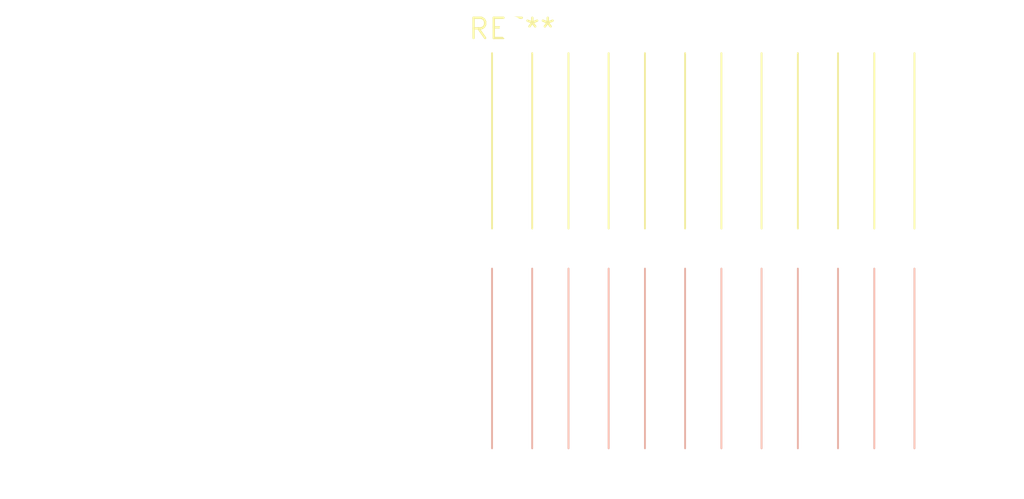
<source format=kicad_pcb>
(kicad_pcb (version 20240108) (generator pcbnew)
  (layers (0 "F.Cu" signal) (31 "B.Cu" signal) (34 "B.Paste" user) (35 "F.Paste" user) (36 "B.SilkS" user "B.Silkscreen") (37 "F.SilkS" user "F.Silkscreen") (38 "B.Mask" user) (39 "F.Mask" user) (44 "Edge.Cuts" user))
  (net 0 "")
  (footprint "SolderWire-0.75sqmm_1x06_P4.8mm_D1.25mm_OD2.3mm_Relief2x" (layer "F.Cu") (at 0 0)
    (property "Reference" "REF**")
    (property "Value" "SolderWire-0.75sqmm_1x06_P4.8mm_D1.25mm_OD2.3mm_Relief2x")
    (fp_line (start -1.26 15.06) (end -1.26 26.34) (layer "B.SilkS") (stroke (width 0.12)))
    (fp_line (start 1.26 15.06) (end 1.26 26.34) (layer "B.SilkS") (stroke (width 0.12)))
    (fp_line (start 3.54 15.06) (end 3.54 26.34) (layer "B.SilkS") (stroke (width 0.12)))
    (fp_line (start 6.06 15.06) (end 6.06 26.34) (layer "B.SilkS") (stroke (width 0.12)))
    (fp_line (start 8.34 15.06) (end 8.34 26.34) (layer "B.SilkS") (stroke (width 0.12)))
    (fp_line (start 10.86 15.06) (end 10.86 26.34) (layer "B.SilkS") (stroke (width 0.12)))
    (fp_line (start 13.14 15.06) (end 13.14 26.34) (layer "B.SilkS") (stroke (width 0.12)))
    (fp_line (start 15.66 15.06) (end 15.66 26.34) (layer "B.SilkS") (stroke (width 0.12)))
    (fp_line (start 17.94 15.06) (end 17.94 26.34) (layer "B.SilkS") (stroke (width 0.12)))
    (fp_line (start 20.46 15.06) (end 20.46 26.34) (layer "B.SilkS") (stroke (width 0.12)))
    (fp_line (start 22.74 15.06) (end 22.74 26.34) (layer "B.SilkS") (stroke (width 0.12)))
    (fp_line (start 25.26 15.06) (end 25.26 26.34) (layer "B.SilkS") (stroke (width 0.12)))
    (fp_line (start -1.26 1.535) (end -1.26 12.54) (layer "F.SilkS") (stroke (width 0.12)))
    (fp_line (start 1.26 1.535) (end 1.26 12.54) (layer "F.SilkS") (stroke (width 0.12)))
    (fp_line (start 3.54 1.535) (end 3.54 12.54) (layer "F.SilkS") (stroke (width 0.12)))
    (fp_line (start 6.06 1.535) (end 6.06 12.54) (layer "F.SilkS") (stroke (width 0.12)))
    (fp_line (start 8.34 1.535) (end 8.34 12.54) (layer "F.SilkS") (stroke (width 0.12)))
    (fp_line (start 10.86 1.535) (end 10.86 12.54) (layer "F.SilkS") (stroke (width 0.12)))
    (fp_line (start 13.14 1.535) (end 13.14 12.54) (layer "F.SilkS") (stroke (width 0.12)))
    (fp_line (start 15.66 1.535) (end 15.66 12.54) (layer "F.SilkS") (stroke (width 0.12)))
    (fp_line (start 17.94 1.535) (end 17.94 12.54) (layer "F.SilkS") (stroke (width 0.12)))
    (fp_line (start 20.46 1.535) (end 20.46 12.54) (layer "F.SilkS") (stroke (width 0.12)))
    (fp_line (start 22.74 1.535) (end 22.74 12.54) (layer "F.SilkS") (stroke (width 0.12)))
    (fp_line (start 25.26 1.535) (end 25.26 12.54) (layer "F.SilkS") (stroke (width 0.12)))
    (pad "" np_thru_hole circle (at 0 13.8) (size 2.8 2.8) (drill 2.8) (layers *.Cu *.Mask))
    (pad "" np_thru_hole circle (at 0 27.6) (size 2.8 2.8) (drill 2.8) (layers *.Cu *.Mask))
    (pad "" np_thru_hole circle (at 4.8 13.8) (size 2.8 2.8) (drill 2.8) (layers *.Cu *.Mask))
    (pad "" np_thru_hole circle (at 4.8 27.6) (size 2.8 2.8) (drill 2.8) (layers *.Cu *.Mask))
    (pad "" np_thru_hole circle (at 9.6 13.8) (size 2.8 2.8) (drill 2.8) (layers *.Cu *.Mask))
    (pad "" np_thru_hole circle (at 9.6 27.6) (size 2.8 2.8) (drill 2.8) (layers *.Cu *.Mask))
    (pad "" np_thru_hole circle (at 14.4 13.8) (size 2.8 2.8) (drill 2.8) (layers *.Cu *.Mask))
    (pad "" np_thru_hole circle (at 14.4 27.6) (size 2.8 2.8) (drill 2.8) (layers *.Cu *.Mask))
    (pad "" np_thru_hole circle (at 19.2 13.8) (size 2.8 2.8) (drill 2.8) (layers *.Cu *.Mask))
    (pad "" np_thru_hole circle (at 19.2 27.6) (size 2.8 2.8) (drill 2.8) (layers *.Cu *.Mask))
    (pad "" np_thru_hole circle (at 24 13.8) (size 2.8 2.8) (drill 2.8) (layers *.Cu *.Mask))
    (pad "" np_thru_hole circle (at 24 27.6) (size 2.8 2.8) (drill 2.8) (layers *.Cu *.Mask))
    (pad "1" thru_hole roundrect (at 0 0) (size 2.55 2.55) (drill 1.55) (layers *.Cu *.Mask) (remove_unused_layers) (roundrect_rratio 0.098039))
    (pad "2" thru_hole circle (at 4.8 0) (size 2.55 2.55) (drill 1.55) (layers *.Cu *.Mask) (remove_unused_layers))
    (pad "3" thru_hole circle (at 9.6 0) (size 2.55 2.55) (drill 1.55) (layers *.Cu *.Mask) (remove_unused_layers))
    (pad "4" thru_hole circle (at 14.4 0) (size 2.55 2.55) (drill 1.55) (layers *.Cu *.Mask) (remove_unused_layers))
    (pad "5" thru_hole circle (at 19.2 0) (size 2.55 2.55) (drill 1.55) (layers *.Cu *.Mask) (remove_unused_layers))
    (pad "6" thru_hole circle (at 24 0) (size 2.55 2.55) (drill 1.55) (layers *.Cu *.Mask) (remove_unused_layers))
  )
)
</source>
